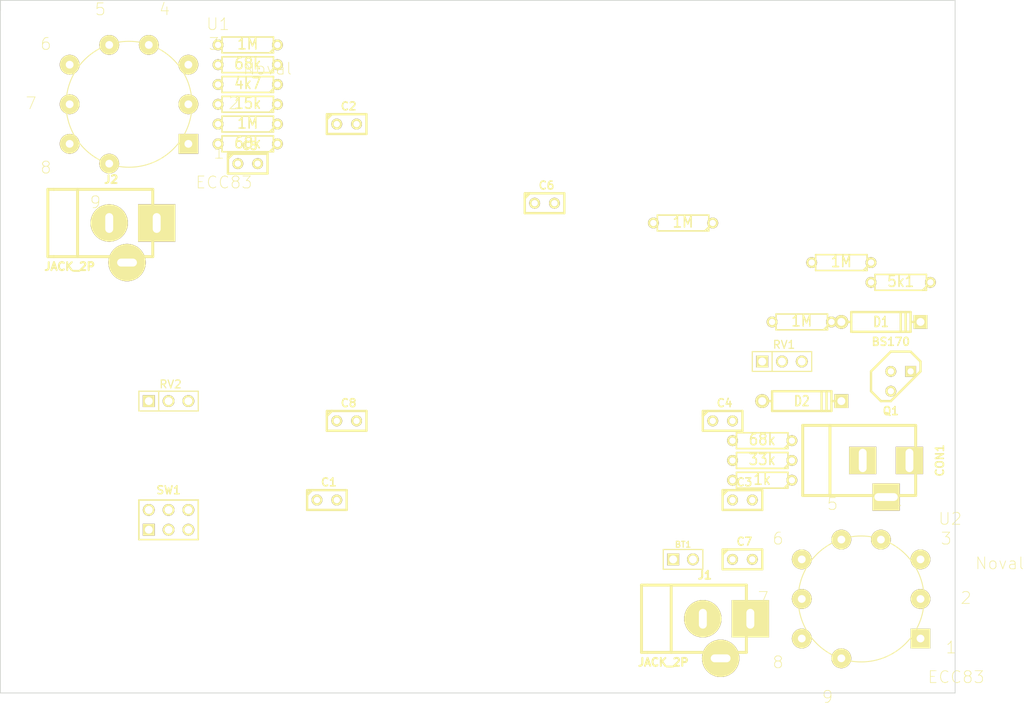
<source format=kicad_pcb>
(kicad_pcb (version 3) (host pcbnew "(2013-june-11)-stable")

  (general
    (links 66)
    (no_connects 66)
    (area 71.12 50.8 195.58 142.24)
    (thickness 1.6)
    (drawings 5)
    (tracks 0)
    (zones 0)
    (modules 33)
    (nets 25)
  )

  (page A3)
  (layers
    (15 F.Cu signal)
    (0 B.Cu signal)
    (16 B.Adhes user)
    (17 F.Adhes user)
    (18 B.Paste user)
    (19 F.Paste user)
    (20 B.SilkS user)
    (21 F.SilkS user)
    (22 B.Mask user)
    (23 F.Mask user)
    (24 Dwgs.User user)
    (25 Cmts.User user)
    (26 Eco1.User user)
    (27 Eco2.User user)
    (28 Edge.Cuts user)
  )

  (setup
    (last_trace_width 0.254)
    (trace_clearance 0.254)
    (zone_clearance 0.508)
    (zone_45_only no)
    (trace_min 0.254)
    (segment_width 0.2)
    (edge_width 0.1)
    (via_size 0.889)
    (via_drill 0.635)
    (via_min_size 0.889)
    (via_min_drill 0.508)
    (uvia_size 0.508)
    (uvia_drill 0.127)
    (uvias_allowed no)
    (uvia_min_size 0.508)
    (uvia_min_drill 0.127)
    (pcb_text_width 0.3)
    (pcb_text_size 1.5 1.5)
    (mod_edge_width 0.15)
    (mod_text_size 1 1)
    (mod_text_width 0.15)
    (pad_size 1.5 1.5)
    (pad_drill 0.6)
    (pad_to_mask_clearance 0)
    (aux_axis_origin 0 0)
    (visible_elements FFFFFFBF)
    (pcbplotparams
      (layerselection 3178497)
      (usegerberextensions true)
      (excludeedgelayer true)
      (linewidth 0.150000)
      (plotframeref false)
      (viasonmask false)
      (mode 1)
      (useauxorigin false)
      (hpglpennumber 1)
      (hpglpenspeed 20)
      (hpglpendiameter 15)
      (hpglpenoverlay 2)
      (psnegative false)
      (psa4output false)
      (plotreference true)
      (plotvalue true)
      (plotothertext true)
      (plotinvisibletext false)
      (padsonsilk false)
      (subtractmaskfromsilk false)
      (outputformat 1)
      (mirror false)
      (drillshape 1)
      (scaleselection 1)
      (outputdirectory ""))
  )

  (net 0 "")
  (net 1 GND)
  (net 2 N-0000010)
  (net 3 N-0000011)
  (net 4 N-0000012)
  (net 5 N-0000013)
  (net 6 N-0000014)
  (net 7 N-0000015)
  (net 8 N-0000016)
  (net 9 N-0000017)
  (net 10 N-0000018)
  (net 11 N-0000019)
  (net 12 N-000002)
  (net 13 N-0000020)
  (net 14 N-0000021)
  (net 15 N-0000022)
  (net 16 N-0000023)
  (net 17 N-0000024)
  (net 18 N-000003)
  (net 19 N-000004)
  (net 20 N-000005)
  (net 21 N-000006)
  (net 22 N-000007)
  (net 23 N-000008)
  (net 24 N-000009)

  (net_class Default "This is the default net class."
    (clearance 0.254)
    (trace_width 0.254)
    (via_dia 0.889)
    (via_drill 0.635)
    (uvia_dia 0.508)
    (uvia_drill 0.127)
    (add_net "")
    (add_net GND)
    (add_net N-0000010)
    (add_net N-0000011)
    (add_net N-0000012)
    (add_net N-0000013)
    (add_net N-0000014)
    (add_net N-0000015)
    (add_net N-0000016)
    (add_net N-0000017)
    (add_net N-0000018)
    (add_net N-0000019)
    (add_net N-000002)
    (add_net N-0000020)
    (add_net N-0000021)
    (add_net N-0000022)
    (add_net N-0000023)
    (add_net N-0000024)
    (add_net N-000003)
    (add_net N-000004)
    (add_net N-000005)
    (add_net N-000006)
    (add_net N-000007)
    (add_net N-000008)
    (add_net N-000009)
  )

  (module VALVE-NOVAL_P   placed (layer F.Cu) (tedit 48DE60A2) (tstamp 555CCCC6)
    (at 182.88 129.54)
    (path /555CC250)
    (attr virtual)
    (fp_text reference U2 (at 11.43 -10.287) (layer F.SilkS)
      (effects (font (size 1.524 1.524) (thickness 0.0889)))
    )
    (fp_text value ECC83 (at 12.192 10.033) (layer F.SilkS)
      (effects (font (size 1.524 1.524) (thickness 0.0889)))
    )
    (fp_circle (center 0 0) (end -5.715 5.715) (layer F.SilkS) (width 0.127))
    (fp_text user 1 (at 11.557 6.223) (layer F.SilkS)
      (effects (font (size 1.524 1.524) (thickness 0.0889)))
    )
    (fp_text user 2 (at 13.462 -0.127) (layer F.SilkS)
      (effects (font (size 1.524 1.524) (thickness 0.0889)))
    )
    (fp_text user 3 (at 10.922 -7.747) (layer F.SilkS)
      (effects (font (size 1.524 1.524) (thickness 0.0889)))
    )
    (fp_text user 4 (at 4.572 -12.192) (layer F.SilkS)
      (effects (font (size 1.524 1.524) (thickness 0.0889)))
    )
    (fp_text user 5 (at -3.683 -12.192) (layer F.SilkS)
      (effects (font (size 1.524 1.524) (thickness 0.0889)))
    )
    (fp_text user 6 (at -10.668 -7.747) (layer F.SilkS)
      (effects (font (size 1.524 1.524) (thickness 0.0889)))
    )
    (fp_text user 7 (at -12.573 -0.127) (layer F.SilkS)
      (effects (font (size 1.524 1.524) (thickness 0.0889)))
    )
    (fp_text user 8 (at -10.668 8.128) (layer F.SilkS)
      (effects (font (size 1.524 1.524) (thickness 0.0889)))
    )
    (fp_text user 9 (at -4.318 12.573) (layer F.SilkS)
      (effects (font (size 1.524 1.524) (thickness 0.0889)))
    )
    (fp_text user Noval (at 17.78 -4.572) (layer F.SilkS)
      (effects (font (size 1.524 1.524) (thickness 0.0889)))
    )
    (pad 1 thru_hole rect (at 7.62 5.08) (size 2.54 2.54) (drill 0.99822)
      (layers *.Cu F.Paste F.SilkS F.Mask)
      (net 12 N-000002)
    )
    (pad 2 thru_hole circle (at 7.62 0) (size 2.54 5.08) (drill 0.99822)
      (layers *.Cu F.Paste F.SilkS F.Mask)
      (net 19 N-000004)
    )
    (pad 3 thru_hole circle (at 7.62 -5.08) (size 2.54 5.08) (drill 0.99822)
      (layers *.Cu F.Paste F.SilkS F.Mask)
      (net 1 GND)
    )
    (pad 4 thru_hole circle (at 2.54 -7.62) (size 2.54 5.08) (drill 0.99822)
      (layers *.Cu F.Paste F.SilkS F.Mask)
      (net 4 N-0000012)
    )
    (pad 5 thru_hole circle (at -2.54 -7.62) (size 2.54 5.08) (drill 0.99822)
      (layers *.Cu F.Paste F.SilkS F.Mask)
      (net 4 N-0000012)
    )
    (pad 6 thru_hole circle (at -7.62 -5.08) (size 2.54 5.08) (drill 0.99822)
      (layers *.Cu F.Paste F.SilkS F.Mask)
      (net 18 N-000003)
    )
    (pad 7 thru_hole circle (at -7.62 0) (size 2.54 5.08) (drill 0.99822)
      (layers *.Cu F.Paste F.SilkS F.Mask)
      (net 13 N-0000020)
    )
    (pad 8 thru_hole circle (at -7.62 5.08) (size 2.54 5.08) (drill 0.99822)
      (layers *.Cu F.Paste F.SilkS F.Mask)
      (net 1 GND)
    )
    (pad 9 thru_hole circle (at -2.54 7.62) (size 2.54 5.08) (drill 0.99822)
      (layers *.Cu F.Paste F.SilkS F.Mask)
      (net 1 GND)
    )
  )

  (module VALVE-NOVAL_P   placed (layer F.Cu) (tedit 48DE60A2) (tstamp 555CCCDE)
    (at 88.9 66.04)
    (path /555CC237)
    (attr virtual)
    (fp_text reference U1 (at 11.43 -10.287) (layer F.SilkS)
      (effects (font (size 1.524 1.524) (thickness 0.0889)))
    )
    (fp_text value ECC83 (at 12.192 10.033) (layer F.SilkS)
      (effects (font (size 1.524 1.524) (thickness 0.0889)))
    )
    (fp_circle (center 0 0) (end -5.715 5.715) (layer F.SilkS) (width 0.127))
    (fp_text user 1 (at 11.557 6.223) (layer F.SilkS)
      (effects (font (size 1.524 1.524) (thickness 0.0889)))
    )
    (fp_text user 2 (at 13.462 -0.127) (layer F.SilkS)
      (effects (font (size 1.524 1.524) (thickness 0.0889)))
    )
    (fp_text user 3 (at 10.922 -7.747) (layer F.SilkS)
      (effects (font (size 1.524 1.524) (thickness 0.0889)))
    )
    (fp_text user 4 (at 4.572 -12.192) (layer F.SilkS)
      (effects (font (size 1.524 1.524) (thickness 0.0889)))
    )
    (fp_text user 5 (at -3.683 -12.192) (layer F.SilkS)
      (effects (font (size 1.524 1.524) (thickness 0.0889)))
    )
    (fp_text user 6 (at -10.668 -7.747) (layer F.SilkS)
      (effects (font (size 1.524 1.524) (thickness 0.0889)))
    )
    (fp_text user 7 (at -12.573 -0.127) (layer F.SilkS)
      (effects (font (size 1.524 1.524) (thickness 0.0889)))
    )
    (fp_text user 8 (at -10.668 8.128) (layer F.SilkS)
      (effects (font (size 1.524 1.524) (thickness 0.0889)))
    )
    (fp_text user 9 (at -4.318 12.573) (layer F.SilkS)
      (effects (font (size 1.524 1.524) (thickness 0.0889)))
    )
    (fp_text user Noval (at 17.78 -4.572) (layer F.SilkS)
      (effects (font (size 1.524 1.524) (thickness 0.0889)))
    )
    (pad 1 thru_hole rect (at 7.62 5.08) (size 2.54 2.54) (drill 0.99822)
      (layers *.Cu F.Paste F.SilkS F.Mask)
      (net 15 N-0000022)
    )
    (pad 2 thru_hole circle (at 7.62 0) (size 2.54 5.08) (drill 0.99822)
      (layers *.Cu F.Paste F.SilkS F.Mask)
      (net 14 N-0000021)
    )
    (pad 3 thru_hole circle (at 7.62 -5.08) (size 2.54 5.08) (drill 0.99822)
      (layers *.Cu F.Paste F.SilkS F.Mask)
      (net 1 GND)
    )
    (pad 4 thru_hole circle (at 2.54 -7.62) (size 2.54 5.08) (drill 0.99822)
      (layers *.Cu F.Paste F.SilkS F.Mask)
      (net 4 N-0000012)
    )
    (pad 5 thru_hole circle (at -2.54 -7.62) (size 2.54 5.08) (drill 0.99822)
      (layers *.Cu F.Paste F.SilkS F.Mask)
      (net 4 N-0000012)
    )
    (pad 6 thru_hole circle (at -7.62 -5.08) (size 2.54 5.08) (drill 0.99822)
      (layers *.Cu F.Paste F.SilkS F.Mask)
      (net 11 N-0000019)
    )
    (pad 7 thru_hole circle (at -7.62 0) (size 2.54 5.08) (drill 0.99822)
      (layers *.Cu F.Paste F.SilkS F.Mask)
      (net 16 N-0000023)
    )
    (pad 8 thru_hole circle (at -7.62 5.08) (size 2.54 5.08) (drill 0.99822)
      (layers *.Cu F.Paste F.SilkS F.Mask)
      (net 1 GND)
    )
    (pad 9 thru_hole circle (at -2.54 7.62) (size 2.54 5.08) (drill 0.99822)
      (layers *.Cu F.Paste F.SilkS F.Mask)
      (net 1 GND)
    )
  )

  (module TO92DGS   placed (layer F.Cu) (tedit 4469CFF0) (tstamp 555CCCED)
    (at 187.96 101.6)
    (descr "Transistor TO92 brochage type BC237")
    (tags "TR TO92")
    (path /555CC268)
    (fp_text reference Q1 (at -1.27 3.81) (layer F.SilkS)
      (effects (font (size 1.016 1.016) (thickness 0.2032)))
    )
    (fp_text value BS170 (at -1.27 -5.08) (layer F.SilkS)
      (effects (font (size 1.016 1.016) (thickness 0.2032)))
    )
    (fp_line (start -1.27 2.54) (end 2.54 -1.27) (layer F.SilkS) (width 0.3048))
    (fp_line (start 2.54 -1.27) (end 2.54 -2.54) (layer F.SilkS) (width 0.3048))
    (fp_line (start 2.54 -2.54) (end 1.27 -3.81) (layer F.SilkS) (width 0.3048))
    (fp_line (start 1.27 -3.81) (end -1.27 -3.81) (layer F.SilkS) (width 0.3048))
    (fp_line (start -1.27 -3.81) (end -3.81 -1.27) (layer F.SilkS) (width 0.3048))
    (fp_line (start -3.81 -1.27) (end -3.81 1.27) (layer F.SilkS) (width 0.3048))
    (fp_line (start -3.81 1.27) (end -2.54 2.54) (layer F.SilkS) (width 0.3048))
    (fp_line (start -2.54 2.54) (end -1.27 2.54) (layer F.SilkS) (width 0.3048))
    (pad D thru_hole rect (at 1.27 -1.27) (size 1.397 1.397) (drill 0.8128)
      (layers *.Cu *.Mask F.SilkS)
      (net 9 N-0000017)
    )
    (pad G thru_hole circle (at -1.27 -1.27) (size 1.397 1.397) (drill 0.8128)
      (layers *.Cu *.Mask F.SilkS)
      (net 7 N-0000015)
    )
    (pad S thru_hole circle (at -1.27 1.27) (size 1.397 1.397) (drill 0.8128)
      (layers *.Cu *.Mask F.SilkS)
      (net 10 N-0000018)
    )
    (model discret/to98.wrl
      (at (xyz 0 0 0))
      (scale (xyz 1 1 1))
      (rotate (xyz 0 0 0))
    )
  )

  (module R3   placed (layer F.Cu) (tedit 4E4C0E65) (tstamp 555CCCFB)
    (at 104.14 71.12 180)
    (descr "Resitance 3 pas")
    (tags R)
    (path /555CC4F7)
    (autoplace_cost180 10)
    (fp_text reference R9 (at 0 0.127 180) (layer F.SilkS) hide
      (effects (font (size 1.397 1.27) (thickness 0.2032)))
    )
    (fp_text value 68k (at 0 0.127 180) (layer F.SilkS)
      (effects (font (size 1.397 1.27) (thickness 0.2032)))
    )
    (fp_line (start -3.81 0) (end -3.302 0) (layer F.SilkS) (width 0.2032))
    (fp_line (start 3.81 0) (end 3.302 0) (layer F.SilkS) (width 0.2032))
    (fp_line (start 3.302 0) (end 3.302 -1.016) (layer F.SilkS) (width 0.2032))
    (fp_line (start 3.302 -1.016) (end -3.302 -1.016) (layer F.SilkS) (width 0.2032))
    (fp_line (start -3.302 -1.016) (end -3.302 1.016) (layer F.SilkS) (width 0.2032))
    (fp_line (start -3.302 1.016) (end 3.302 1.016) (layer F.SilkS) (width 0.2032))
    (fp_line (start 3.302 1.016) (end 3.302 0) (layer F.SilkS) (width 0.2032))
    (fp_line (start -3.302 -0.508) (end -2.794 -1.016) (layer F.SilkS) (width 0.2032))
    (pad 1 thru_hole circle (at -3.81 0 180) (size 1.397 1.397) (drill 0.8128)
      (layers *.Cu *.Mask F.SilkS)
      (net 17 N-0000024)
    )
    (pad 2 thru_hole circle (at 3.81 0 180) (size 1.397 1.397) (drill 0.8128)
      (layers *.Cu *.Mask F.SilkS)
      (net 15 N-0000022)
    )
    (model discret/resistor.wrl
      (at (xyz 0 0 0))
      (scale (xyz 0.3 0.3 0.3))
      (rotate (xyz 0 0 0))
    )
  )

  (module R3   placed (layer F.Cu) (tedit 4E4C0E65) (tstamp 555CCD09)
    (at 170.18 114.3 180)
    (descr "Resitance 3 pas")
    (tags R)
    (path /555CC78E)
    (autoplace_cost180 10)
    (fp_text reference R4 (at 0 0.127 180) (layer F.SilkS) hide
      (effects (font (size 1.397 1.27) (thickness 0.2032)))
    )
    (fp_text value 1k (at 0 0.127 180) (layer F.SilkS)
      (effects (font (size 1.397 1.27) (thickness 0.2032)))
    )
    (fp_line (start -3.81 0) (end -3.302 0) (layer F.SilkS) (width 0.2032))
    (fp_line (start 3.81 0) (end 3.302 0) (layer F.SilkS) (width 0.2032))
    (fp_line (start 3.302 0) (end 3.302 -1.016) (layer F.SilkS) (width 0.2032))
    (fp_line (start 3.302 -1.016) (end -3.302 -1.016) (layer F.SilkS) (width 0.2032))
    (fp_line (start -3.302 -1.016) (end -3.302 1.016) (layer F.SilkS) (width 0.2032))
    (fp_line (start -3.302 1.016) (end 3.302 1.016) (layer F.SilkS) (width 0.2032))
    (fp_line (start 3.302 1.016) (end 3.302 0) (layer F.SilkS) (width 0.2032))
    (fp_line (start -3.302 -0.508) (end -2.794 -1.016) (layer F.SilkS) (width 0.2032))
    (pad 1 thru_hole circle (at -3.81 0 180) (size 1.397 1.397) (drill 0.8128)
      (layers *.Cu *.Mask F.SilkS)
      (net 4 N-0000012)
    )
    (pad 2 thru_hole circle (at 3.81 0 180) (size 1.397 1.397) (drill 0.8128)
      (layers *.Cu *.Mask F.SilkS)
      (net 17 N-0000024)
    )
    (model discret/resistor.wrl
      (at (xyz 0 0 0))
      (scale (xyz 0.3 0.3 0.3))
      (rotate (xyz 0 0 0))
    )
  )

  (module R3   placed (layer F.Cu) (tedit 4E4C0E65) (tstamp 555CCD17)
    (at 104.14 60.96 180)
    (descr "Resitance 3 pas")
    (tags R)
    (path /555CC529)
    (autoplace_cost180 10)
    (fp_text reference R7 (at 0 0.127 180) (layer F.SilkS) hide
      (effects (font (size 1.397 1.27) (thickness 0.2032)))
    )
    (fp_text value 68k (at 0 0.127 180) (layer F.SilkS)
      (effects (font (size 1.397 1.27) (thickness 0.2032)))
    )
    (fp_line (start -3.81 0) (end -3.302 0) (layer F.SilkS) (width 0.2032))
    (fp_line (start 3.81 0) (end 3.302 0) (layer F.SilkS) (width 0.2032))
    (fp_line (start 3.302 0) (end 3.302 -1.016) (layer F.SilkS) (width 0.2032))
    (fp_line (start 3.302 -1.016) (end -3.302 -1.016) (layer F.SilkS) (width 0.2032))
    (fp_line (start -3.302 -1.016) (end -3.302 1.016) (layer F.SilkS) (width 0.2032))
    (fp_line (start -3.302 1.016) (end 3.302 1.016) (layer F.SilkS) (width 0.2032))
    (fp_line (start 3.302 1.016) (end 3.302 0) (layer F.SilkS) (width 0.2032))
    (fp_line (start -3.302 -0.508) (end -2.794 -1.016) (layer F.SilkS) (width 0.2032))
    (pad 1 thru_hole circle (at -3.81 0 180) (size 1.397 1.397) (drill 0.8128)
      (layers *.Cu *.Mask F.SilkS)
      (net 17 N-0000024)
    )
    (pad 2 thru_hole circle (at 3.81 0 180) (size 1.397 1.397) (drill 0.8128)
      (layers *.Cu *.Mask F.SilkS)
      (net 11 N-0000019)
    )
    (model discret/resistor.wrl
      (at (xyz 0 0 0))
      (scale (xyz 0.3 0.3 0.3))
      (rotate (xyz 0 0 0))
    )
  )

  (module R3   placed (layer F.Cu) (tedit 4E4C0E65) (tstamp 555CCD25)
    (at 170.18 111.76 180)
    (descr "Resitance 3 pas")
    (tags R)
    (path /555CC523)
    (autoplace_cost180 10)
    (fp_text reference R13 (at 0 0.127 180) (layer F.SilkS) hide
      (effects (font (size 1.397 1.27) (thickness 0.2032)))
    )
    (fp_text value 33k (at 0 0.127 180) (layer F.SilkS)
      (effects (font (size 1.397 1.27) (thickness 0.2032)))
    )
    (fp_line (start -3.81 0) (end -3.302 0) (layer F.SilkS) (width 0.2032))
    (fp_line (start 3.81 0) (end 3.302 0) (layer F.SilkS) (width 0.2032))
    (fp_line (start 3.302 0) (end 3.302 -1.016) (layer F.SilkS) (width 0.2032))
    (fp_line (start 3.302 -1.016) (end -3.302 -1.016) (layer F.SilkS) (width 0.2032))
    (fp_line (start -3.302 -1.016) (end -3.302 1.016) (layer F.SilkS) (width 0.2032))
    (fp_line (start -3.302 1.016) (end 3.302 1.016) (layer F.SilkS) (width 0.2032))
    (fp_line (start 3.302 1.016) (end 3.302 0) (layer F.SilkS) (width 0.2032))
    (fp_line (start -3.302 -0.508) (end -2.794 -1.016) (layer F.SilkS) (width 0.2032))
    (pad 1 thru_hole circle (at -3.81 0 180) (size 1.397 1.397) (drill 0.8128)
      (layers *.Cu *.Mask F.SilkS)
      (net 17 N-0000024)
    )
    (pad 2 thru_hole circle (at 3.81 0 180) (size 1.397 1.397) (drill 0.8128)
      (layers *.Cu *.Mask F.SilkS)
      (net 12 N-000002)
    )
    (model discret/resistor.wrl
      (at (xyz 0 0 0))
      (scale (xyz 0.3 0.3 0.3))
      (rotate (xyz 0 0 0))
    )
  )

  (module R3   placed (layer F.Cu) (tedit 4E4C0E65) (tstamp 555CCD33)
    (at 104.14 58.42 180)
    (descr "Resitance 3 pas")
    (tags R)
    (path /555CC51D)
    (autoplace_cost180 10)
    (fp_text reference R12 (at 0 0.127 180) (layer F.SilkS) hide
      (effects (font (size 1.397 1.27) (thickness 0.2032)))
    )
    (fp_text value 1M (at 0 0.127 180) (layer F.SilkS)
      (effects (font (size 1.397 1.27) (thickness 0.2032)))
    )
    (fp_line (start -3.81 0) (end -3.302 0) (layer F.SilkS) (width 0.2032))
    (fp_line (start 3.81 0) (end 3.302 0) (layer F.SilkS) (width 0.2032))
    (fp_line (start 3.302 0) (end 3.302 -1.016) (layer F.SilkS) (width 0.2032))
    (fp_line (start 3.302 -1.016) (end -3.302 -1.016) (layer F.SilkS) (width 0.2032))
    (fp_line (start -3.302 -1.016) (end -3.302 1.016) (layer F.SilkS) (width 0.2032))
    (fp_line (start -3.302 1.016) (end 3.302 1.016) (layer F.SilkS) (width 0.2032))
    (fp_line (start 3.302 1.016) (end 3.302 0) (layer F.SilkS) (width 0.2032))
    (fp_line (start -3.302 -0.508) (end -2.794 -1.016) (layer F.SilkS) (width 0.2032))
    (pad 1 thru_hole circle (at -3.81 0 180) (size 1.397 1.397) (drill 0.8128)
      (layers *.Cu *.Mask F.SilkS)
      (net 17 N-0000024)
    )
    (pad 2 thru_hole circle (at 3.81 0 180) (size 1.397 1.397) (drill 0.8128)
      (layers *.Cu *.Mask F.SilkS)
      (net 19 N-000004)
    )
    (model discret/resistor.wrl
      (at (xyz 0 0 0))
      (scale (xyz 0.3 0.3 0.3))
      (rotate (xyz 0 0 0))
    )
  )

  (module R3   placed (layer F.Cu) (tedit 4E4C0E65) (tstamp 555CCD41)
    (at 160.02 81.28 180)
    (descr "Resitance 3 pas")
    (tags R)
    (path /555CC503)
    (autoplace_cost180 10)
    (fp_text reference R10 (at 0 0.127 180) (layer F.SilkS) hide
      (effects (font (size 1.397 1.27) (thickness 0.2032)))
    )
    (fp_text value 1M (at 0 0.127 180) (layer F.SilkS)
      (effects (font (size 1.397 1.27) (thickness 0.2032)))
    )
    (fp_line (start -3.81 0) (end -3.302 0) (layer F.SilkS) (width 0.2032))
    (fp_line (start 3.81 0) (end 3.302 0) (layer F.SilkS) (width 0.2032))
    (fp_line (start 3.302 0) (end 3.302 -1.016) (layer F.SilkS) (width 0.2032))
    (fp_line (start 3.302 -1.016) (end -3.302 -1.016) (layer F.SilkS) (width 0.2032))
    (fp_line (start -3.302 -1.016) (end -3.302 1.016) (layer F.SilkS) (width 0.2032))
    (fp_line (start -3.302 1.016) (end 3.302 1.016) (layer F.SilkS) (width 0.2032))
    (fp_line (start 3.302 1.016) (end 3.302 0) (layer F.SilkS) (width 0.2032))
    (fp_line (start -3.302 -0.508) (end -2.794 -1.016) (layer F.SilkS) (width 0.2032))
    (pad 1 thru_hole circle (at -3.81 0 180) (size 1.397 1.397) (drill 0.8128)
      (layers *.Cu *.Mask F.SilkS)
      (net 17 N-0000024)
    )
    (pad 2 thru_hole circle (at 3.81 0 180) (size 1.397 1.397) (drill 0.8128)
      (layers *.Cu *.Mask F.SilkS)
      (net 13 N-0000020)
    )
    (model discret/resistor.wrl
      (at (xyz 0 0 0))
      (scale (xyz 0.3 0.3 0.3))
      (rotate (xyz 0 0 0))
    )
  )

  (module R3   placed (layer F.Cu) (tedit 4E4C0E65) (tstamp 555CCD4F)
    (at 170.18 109.22 180)
    (descr "Resitance 3 pas")
    (tags R)
    (path /555CC4FD)
    (autoplace_cost180 10)
    (fp_text reference R11 (at 0 0.127 180) (layer F.SilkS) hide
      (effects (font (size 1.397 1.27) (thickness 0.2032)))
    )
    (fp_text value 68k (at 0 0.127 180) (layer F.SilkS)
      (effects (font (size 1.397 1.27) (thickness 0.2032)))
    )
    (fp_line (start -3.81 0) (end -3.302 0) (layer F.SilkS) (width 0.2032))
    (fp_line (start 3.81 0) (end 3.302 0) (layer F.SilkS) (width 0.2032))
    (fp_line (start 3.302 0) (end 3.302 -1.016) (layer F.SilkS) (width 0.2032))
    (fp_line (start 3.302 -1.016) (end -3.302 -1.016) (layer F.SilkS) (width 0.2032))
    (fp_line (start -3.302 -1.016) (end -3.302 1.016) (layer F.SilkS) (width 0.2032))
    (fp_line (start -3.302 1.016) (end 3.302 1.016) (layer F.SilkS) (width 0.2032))
    (fp_line (start 3.302 1.016) (end 3.302 0) (layer F.SilkS) (width 0.2032))
    (fp_line (start -3.302 -0.508) (end -2.794 -1.016) (layer F.SilkS) (width 0.2032))
    (pad 1 thru_hole circle (at -3.81 0 180) (size 1.397 1.397) (drill 0.8128)
      (layers *.Cu *.Mask F.SilkS)
      (net 17 N-0000024)
    )
    (pad 2 thru_hole circle (at 3.81 0 180) (size 1.397 1.397) (drill 0.8128)
      (layers *.Cu *.Mask F.SilkS)
      (net 18 N-000003)
    )
    (model discret/resistor.wrl
      (at (xyz 0 0 0))
      (scale (xyz 0.3 0.3 0.3))
      (rotate (xyz 0 0 0))
    )
  )

  (module R3   placed (layer F.Cu) (tedit 4E4C0E65) (tstamp 555CCD5D)
    (at 104.14 68.58 180)
    (descr "Resitance 3 pas")
    (tags R)
    (path /555CC4F1)
    (autoplace_cost180 10)
    (fp_text reference R8 (at 0 0.127 180) (layer F.SilkS) hide
      (effects (font (size 1.397 1.27) (thickness 0.2032)))
    )
    (fp_text value 1M (at 0 0.127 180) (layer F.SilkS)
      (effects (font (size 1.397 1.27) (thickness 0.2032)))
    )
    (fp_line (start -3.81 0) (end -3.302 0) (layer F.SilkS) (width 0.2032))
    (fp_line (start 3.81 0) (end 3.302 0) (layer F.SilkS) (width 0.2032))
    (fp_line (start 3.302 0) (end 3.302 -1.016) (layer F.SilkS) (width 0.2032))
    (fp_line (start 3.302 -1.016) (end -3.302 -1.016) (layer F.SilkS) (width 0.2032))
    (fp_line (start -3.302 -1.016) (end -3.302 1.016) (layer F.SilkS) (width 0.2032))
    (fp_line (start -3.302 1.016) (end 3.302 1.016) (layer F.SilkS) (width 0.2032))
    (fp_line (start 3.302 1.016) (end 3.302 0) (layer F.SilkS) (width 0.2032))
    (fp_line (start -3.302 -0.508) (end -2.794 -1.016) (layer F.SilkS) (width 0.2032))
    (pad 1 thru_hole circle (at -3.81 0 180) (size 1.397 1.397) (drill 0.8128)
      (layers *.Cu *.Mask F.SilkS)
      (net 17 N-0000024)
    )
    (pad 2 thru_hole circle (at 3.81 0 180) (size 1.397 1.397) (drill 0.8128)
      (layers *.Cu *.Mask F.SilkS)
      (net 14 N-0000021)
    )
    (model discret/resistor.wrl
      (at (xyz 0 0 0))
      (scale (xyz 0.3 0.3 0.3))
      (rotate (xyz 0 0 0))
    )
  )

  (module R3   placed (layer F.Cu) (tedit 4E4C0E65) (tstamp 555CCD6B)
    (at 104.14 66.04 180)
    (descr "Resitance 3 pas")
    (tags R)
    (path /555CC2EB)
    (autoplace_cost180 10)
    (fp_text reference R5 (at 0 0.127 180) (layer F.SilkS) hide
      (effects (font (size 1.397 1.27) (thickness 0.2032)))
    )
    (fp_text value 15k (at 0 0.127 180) (layer F.SilkS)
      (effects (font (size 1.397 1.27) (thickness 0.2032)))
    )
    (fp_line (start -3.81 0) (end -3.302 0) (layer F.SilkS) (width 0.2032))
    (fp_line (start 3.81 0) (end 3.302 0) (layer F.SilkS) (width 0.2032))
    (fp_line (start 3.302 0) (end 3.302 -1.016) (layer F.SilkS) (width 0.2032))
    (fp_line (start 3.302 -1.016) (end -3.302 -1.016) (layer F.SilkS) (width 0.2032))
    (fp_line (start -3.302 -1.016) (end -3.302 1.016) (layer F.SilkS) (width 0.2032))
    (fp_line (start -3.302 1.016) (end 3.302 1.016) (layer F.SilkS) (width 0.2032))
    (fp_line (start 3.302 1.016) (end 3.302 0) (layer F.SilkS) (width 0.2032))
    (fp_line (start -3.302 -0.508) (end -2.794 -1.016) (layer F.SilkS) (width 0.2032))
    (pad 1 thru_hole circle (at -3.81 0 180) (size 1.397 1.397) (drill 0.8128)
      (layers *.Cu *.Mask F.SilkS)
      (net 8 N-0000016)
    )
    (pad 2 thru_hole circle (at 3.81 0 180) (size 1.397 1.397) (drill 0.8128)
      (layers *.Cu *.Mask F.SilkS)
      (net 16 N-0000023)
    )
    (model discret/resistor.wrl
      (at (xyz 0 0 0))
      (scale (xyz 0.3 0.3 0.3))
      (rotate (xyz 0 0 0))
    )
  )

  (module R3   placed (layer F.Cu) (tedit 4E4C0E65) (tstamp 555CCD79)
    (at 187.96 88.9 180)
    (descr "Resitance 3 pas")
    (tags R)
    (path /555CC2BD)
    (autoplace_cost180 10)
    (fp_text reference R3 (at 0 0.127 180) (layer F.SilkS) hide
      (effects (font (size 1.397 1.27) (thickness 0.2032)))
    )
    (fp_text value 5k1 (at 0 0.127 180) (layer F.SilkS)
      (effects (font (size 1.397 1.27) (thickness 0.2032)))
    )
    (fp_line (start -3.81 0) (end -3.302 0) (layer F.SilkS) (width 0.2032))
    (fp_line (start 3.81 0) (end 3.302 0) (layer F.SilkS) (width 0.2032))
    (fp_line (start 3.302 0) (end 3.302 -1.016) (layer F.SilkS) (width 0.2032))
    (fp_line (start 3.302 -1.016) (end -3.302 -1.016) (layer F.SilkS) (width 0.2032))
    (fp_line (start -3.302 -1.016) (end -3.302 1.016) (layer F.SilkS) (width 0.2032))
    (fp_line (start -3.302 1.016) (end 3.302 1.016) (layer F.SilkS) (width 0.2032))
    (fp_line (start 3.302 1.016) (end 3.302 0) (layer F.SilkS) (width 0.2032))
    (fp_line (start -3.302 -0.508) (end -2.794 -1.016) (layer F.SilkS) (width 0.2032))
    (pad 1 thru_hole circle (at -3.81 0 180) (size 1.397 1.397) (drill 0.8128)
      (layers *.Cu *.Mask F.SilkS)
      (net 6 N-0000014)
    )
    (pad 2 thru_hole circle (at 3.81 0 180) (size 1.397 1.397) (drill 0.8128)
      (layers *.Cu *.Mask F.SilkS)
      (net 9 N-0000017)
    )
    (model discret/resistor.wrl
      (at (xyz 0 0 0))
      (scale (xyz 0.3 0.3 0.3))
      (rotate (xyz 0 0 0))
    )
  )

  (module R3   placed (layer F.Cu) (tedit 4E4C0E65) (tstamp 555CCD87)
    (at 175.26 93.98 180)
    (descr "Resitance 3 pas")
    (tags R)
    (path /555CC2A8)
    (autoplace_cost180 10)
    (fp_text reference R2 (at 0 0.127 180) (layer F.SilkS) hide
      (effects (font (size 1.397 1.27) (thickness 0.2032)))
    )
    (fp_text value 1M (at 0 0.127 180) (layer F.SilkS)
      (effects (font (size 1.397 1.27) (thickness 0.2032)))
    )
    (fp_line (start -3.81 0) (end -3.302 0) (layer F.SilkS) (width 0.2032))
    (fp_line (start 3.81 0) (end 3.302 0) (layer F.SilkS) (width 0.2032))
    (fp_line (start 3.302 0) (end 3.302 -1.016) (layer F.SilkS) (width 0.2032))
    (fp_line (start 3.302 -1.016) (end -3.302 -1.016) (layer F.SilkS) (width 0.2032))
    (fp_line (start -3.302 -1.016) (end -3.302 1.016) (layer F.SilkS) (width 0.2032))
    (fp_line (start -3.302 1.016) (end 3.302 1.016) (layer F.SilkS) (width 0.2032))
    (fp_line (start 3.302 1.016) (end 3.302 0) (layer F.SilkS) (width 0.2032))
    (fp_line (start -3.302 -0.508) (end -2.794 -1.016) (layer F.SilkS) (width 0.2032))
    (pad 1 thru_hole circle (at -3.81 0 180) (size 1.397 1.397) (drill 0.8128)
      (layers *.Cu *.Mask F.SilkS)
      (net 7 N-0000015)
    )
    (pad 2 thru_hole circle (at 3.81 0 180) (size 1.397 1.397) (drill 0.8128)
      (layers *.Cu *.Mask F.SilkS)
      (net 1 GND)
    )
    (model discret/resistor.wrl
      (at (xyz 0 0 0))
      (scale (xyz 0.3 0.3 0.3))
      (rotate (xyz 0 0 0))
    )
  )

  (module R3   placed (layer F.Cu) (tedit 4E4C0E65) (tstamp 555CCD95)
    (at 180.34 86.36 180)
    (descr "Resitance 3 pas")
    (tags R)
    (path /555CC29B)
    (autoplace_cost180 10)
    (fp_text reference R1 (at 0 0.127 180) (layer F.SilkS) hide
      (effects (font (size 1.397 1.27) (thickness 0.2032)))
    )
    (fp_text value 1M (at 0 0.127 180) (layer F.SilkS)
      (effects (font (size 1.397 1.27) (thickness 0.2032)))
    )
    (fp_line (start -3.81 0) (end -3.302 0) (layer F.SilkS) (width 0.2032))
    (fp_line (start 3.81 0) (end 3.302 0) (layer F.SilkS) (width 0.2032))
    (fp_line (start 3.302 0) (end 3.302 -1.016) (layer F.SilkS) (width 0.2032))
    (fp_line (start 3.302 -1.016) (end -3.302 -1.016) (layer F.SilkS) (width 0.2032))
    (fp_line (start -3.302 -1.016) (end -3.302 1.016) (layer F.SilkS) (width 0.2032))
    (fp_line (start -3.302 1.016) (end 3.302 1.016) (layer F.SilkS) (width 0.2032))
    (fp_line (start 3.302 1.016) (end 3.302 0) (layer F.SilkS) (width 0.2032))
    (fp_line (start -3.302 -0.508) (end -2.794 -1.016) (layer F.SilkS) (width 0.2032))
    (pad 1 thru_hole circle (at -3.81 0 180) (size 1.397 1.397) (drill 0.8128)
      (layers *.Cu *.Mask F.SilkS)
      (net 9 N-0000017)
    )
    (pad 2 thru_hole circle (at 3.81 0 180) (size 1.397 1.397) (drill 0.8128)
      (layers *.Cu *.Mask F.SilkS)
      (net 7 N-0000015)
    )
    (model discret/resistor.wrl
      (at (xyz 0 0 0))
      (scale (xyz 0.3 0.3 0.3))
      (rotate (xyz 0 0 0))
    )
  )

  (module R3   placed (layer F.Cu) (tedit 4E4C0E65) (tstamp 555CCDA3)
    (at 104.14 63.5 180)
    (descr "Resitance 3 pas")
    (tags R)
    (path /555CC3EE)
    (autoplace_cost180 10)
    (fp_text reference R6 (at 0 0.127 180) (layer F.SilkS) hide
      (effects (font (size 1.397 1.27) (thickness 0.2032)))
    )
    (fp_text value 4k7 (at 0 0.127 180) (layer F.SilkS)
      (effects (font (size 1.397 1.27) (thickness 0.2032)))
    )
    (fp_line (start -3.81 0) (end -3.302 0) (layer F.SilkS) (width 0.2032))
    (fp_line (start 3.81 0) (end 3.302 0) (layer F.SilkS) (width 0.2032))
    (fp_line (start 3.302 0) (end 3.302 -1.016) (layer F.SilkS) (width 0.2032))
    (fp_line (start 3.302 -1.016) (end -3.302 -1.016) (layer F.SilkS) (width 0.2032))
    (fp_line (start -3.302 -1.016) (end -3.302 1.016) (layer F.SilkS) (width 0.2032))
    (fp_line (start -3.302 1.016) (end 3.302 1.016) (layer F.SilkS) (width 0.2032))
    (fp_line (start 3.302 1.016) (end 3.302 0) (layer F.SilkS) (width 0.2032))
    (fp_line (start -3.302 -0.508) (end -2.794 -1.016) (layer F.SilkS) (width 0.2032))
    (pad 1 thru_hole circle (at -3.81 0 180) (size 1.397 1.397) (drill 0.8128)
      (layers *.Cu *.Mask F.SilkS)
      (net 16 N-0000023)
    )
    (pad 2 thru_hole circle (at 3.81 0 180) (size 1.397 1.397) (drill 0.8128)
      (layers *.Cu *.Mask F.SilkS)
      (net 1 GND)
    )
    (model discret/resistor.wrl
      (at (xyz 0 0 0))
      (scale (xyz 0.3 0.3 0.3))
      (rotate (xyz 0 0 0))
    )
  )

  (module PIN_ARRAY_3X1   placed (layer F.Cu) (tedit 4C1130E0) (tstamp 555CCDBB)
    (at 172.72 99.06)
    (descr "Connecteur 3 pins")
    (tags "CONN DEV")
    (path /555CC371)
    (fp_text reference RV1 (at 0.254 -2.159) (layer F.SilkS)
      (effects (font (size 1.016 1.016) (thickness 0.1524)))
    )
    (fp_text value 5KL (at 0 -2.159) (layer F.SilkS) hide
      (effects (font (size 1.016 1.016) (thickness 0.1524)))
    )
    (fp_line (start -3.81 1.27) (end -3.81 -1.27) (layer F.SilkS) (width 0.1524))
    (fp_line (start -3.81 -1.27) (end 3.81 -1.27) (layer F.SilkS) (width 0.1524))
    (fp_line (start 3.81 -1.27) (end 3.81 1.27) (layer F.SilkS) (width 0.1524))
    (fp_line (start 3.81 1.27) (end -3.81 1.27) (layer F.SilkS) (width 0.1524))
    (fp_line (start -1.27 -1.27) (end -1.27 1.27) (layer F.SilkS) (width 0.1524))
    (pad 1 thru_hole rect (at -2.54 0) (size 1.524 1.524) (drill 1.016)
      (layers *.Cu *.Mask F.SilkS)
      (net 10 N-0000018)
    )
    (pad 2 thru_hole circle (at 0 0) (size 1.524 1.524) (drill 1.016)
      (layers *.Cu *.Mask F.SilkS)
      (net 1 GND)
    )
    (pad 3 thru_hole circle (at 2.54 0) (size 1.524 1.524) (drill 1.016)
      (layers *.Cu *.Mask F.SilkS)
      (net 1 GND)
    )
    (model pin_array/pins_array_3x1.wrl
      (at (xyz 0 0 0))
      (scale (xyz 1 1 1))
      (rotate (xyz 0 0 0))
    )
  )

  (module PIN_ARRAY_3X1   placed (layer F.Cu) (tedit 4C1130E0) (tstamp 555CCDC7)
    (at 93.98 104.14)
    (descr "Connecteur 3 pins")
    (tags "CONN DEV")
    (path /555CCBB5)
    (fp_text reference RV2 (at 0.254 -2.159) (layer F.SilkS)
      (effects (font (size 1.016 1.016) (thickness 0.1524)))
    )
    (fp_text value 250kA (at 0 -2.159) (layer F.SilkS) hide
      (effects (font (size 1.016 1.016) (thickness 0.1524)))
    )
    (fp_line (start -3.81 1.27) (end -3.81 -1.27) (layer F.SilkS) (width 0.1524))
    (fp_line (start -3.81 -1.27) (end 3.81 -1.27) (layer F.SilkS) (width 0.1524))
    (fp_line (start 3.81 -1.27) (end 3.81 1.27) (layer F.SilkS) (width 0.1524))
    (fp_line (start 3.81 1.27) (end -3.81 1.27) (layer F.SilkS) (width 0.1524))
    (fp_line (start -1.27 -1.27) (end -1.27 1.27) (layer F.SilkS) (width 0.1524))
    (pad 1 thru_hole rect (at -2.54 0) (size 1.524 1.524) (drill 1.016)
      (layers *.Cu *.Mask F.SilkS)
      (net 20 N-000005)
    )
    (pad 2 thru_hole circle (at 0 0) (size 1.524 1.524) (drill 1.016)
      (layers *.Cu *.Mask F.SilkS)
      (net 24 N-000009)
    )
    (pad 3 thru_hole circle (at 2.54 0) (size 1.524 1.524) (drill 1.016)
      (layers *.Cu *.Mask F.SilkS)
      (net 1 GND)
    )
    (model pin_array/pins_array_3x1.wrl
      (at (xyz 0 0 0))
      (scale (xyz 1 1 1))
      (rotate (xyz 0 0 0))
    )
  )

  (module PIN_ARRAY_2X1   placed (layer F.Cu) (tedit 4565C520) (tstamp 555CCDD1)
    (at 160.02 124.46)
    (descr "Connecteurs 2 pins")
    (tags "CONN DEV")
    (path /555CD097)
    (fp_text reference BT1 (at 0 -1.905) (layer F.SilkS)
      (effects (font (size 0.762 0.762) (thickness 0.1524)))
    )
    (fp_text value BATTERY (at 0 -1.905) (layer F.SilkS) hide
      (effects (font (size 0.762 0.762) (thickness 0.1524)))
    )
    (fp_line (start -2.54 1.27) (end -2.54 -1.27) (layer F.SilkS) (width 0.1524))
    (fp_line (start -2.54 -1.27) (end 2.54 -1.27) (layer F.SilkS) (width 0.1524))
    (fp_line (start 2.54 -1.27) (end 2.54 1.27) (layer F.SilkS) (width 0.1524))
    (fp_line (start 2.54 1.27) (end -2.54 1.27) (layer F.SilkS) (width 0.1524))
    (pad 1 thru_hole rect (at -1.27 0) (size 1.524 1.524) (drill 1.016)
      (layers *.Cu *.Mask F.SilkS)
      (net 5 N-0000013)
    )
    (pad 2 thru_hole circle (at 1.27 0) (size 1.524 1.524) (drill 1.016)
      (layers *.Cu *.Mask F.SilkS)
      (net 2 N-0000010)
    )
    (model pin_array/pins_array_2x1.wrl
      (at (xyz 0 0 0))
      (scale (xyz 1 1 1))
      (rotate (xyz 0 0 0))
    )
  )

  (module JACK_ALIM   placed (layer F.Cu) (tedit 4AF1CB36) (tstamp 555CCDDF)
    (at 86.36 81.28)
    (descr "module 1 pin (ou trou mecanique de percage)")
    (tags "CONN JACK")
    (path /555CD242)
    (fp_text reference J2 (at 0.254 -5.588) (layer F.SilkS)
      (effects (font (size 1.016 1.016) (thickness 0.254)))
    )
    (fp_text value JACK_2P (at -5.08 5.588) (layer F.SilkS)
      (effects (font (size 1.016 1.016) (thickness 0.254)))
    )
    (fp_line (start -7.112 -4.318) (end -7.874 -4.318) (layer F.SilkS) (width 0.381))
    (fp_line (start -7.874 -4.318) (end -7.874 4.318) (layer F.SilkS) (width 0.381))
    (fp_line (start -7.874 4.318) (end -7.112 4.318) (layer F.SilkS) (width 0.381))
    (fp_line (start -4.064 -4.318) (end -4.064 4.318) (layer F.SilkS) (width 0.381))
    (fp_line (start 5.588 -4.318) (end 5.588 4.318) (layer F.SilkS) (width 0.381))
    (fp_line (start -7.112 4.318) (end 5.588 4.318) (layer F.SilkS) (width 0.381))
    (fp_line (start -7.112 -4.318) (end 5.588 -4.318) (layer F.SilkS) (width 0.381))
    (pad 2 thru_hole circle (at 0 0) (size 4.8006 4.8006) (drill oval 1.016 2.54)
      (layers *.Cu *.Mask F.SilkS)
      (net 1 GND)
    )
    (pad 1 thru_hole rect (at 6.096 0) (size 4.8006 4.8006) (drill oval 1.016 2.54)
      (layers *.Cu *.Mask F.SilkS)
      (net 1 GND)
    )
    (pad 3 thru_hole circle (at 2.286 5.08) (size 4.8006 4.8006) (drill oval 2.54 1.016)
      (layers *.Cu *.Mask F.SilkS)
      (net 23 N-000008)
    )
    (model connectors/POWER_21.wrl
      (at (xyz 0 0 0))
      (scale (xyz 0.8 0.8 0.8))
      (rotate (xyz 0 0 0))
    )
  )

  (module JACK_ALIM   placed (layer F.Cu) (tedit 4AF1CB36) (tstamp 555CCDED)
    (at 162.56 132.08)
    (descr "module 1 pin (ou trou mecanique de percage)")
    (tags "CONN JACK")
    (path /555CCCC9)
    (fp_text reference J1 (at 0.254 -5.588) (layer F.SilkS)
      (effects (font (size 1.016 1.016) (thickness 0.254)))
    )
    (fp_text value JACK_2P (at -5.08 5.588) (layer F.SilkS)
      (effects (font (size 1.016 1.016) (thickness 0.254)))
    )
    (fp_line (start -7.112 -4.318) (end -7.874 -4.318) (layer F.SilkS) (width 0.381))
    (fp_line (start -7.874 -4.318) (end -7.874 4.318) (layer F.SilkS) (width 0.381))
    (fp_line (start -7.874 4.318) (end -7.112 4.318) (layer F.SilkS) (width 0.381))
    (fp_line (start -4.064 -4.318) (end -4.064 4.318) (layer F.SilkS) (width 0.381))
    (fp_line (start 5.588 -4.318) (end 5.588 4.318) (layer F.SilkS) (width 0.381))
    (fp_line (start -7.112 4.318) (end 5.588 4.318) (layer F.SilkS) (width 0.381))
    (fp_line (start -7.112 -4.318) (end 5.588 -4.318) (layer F.SilkS) (width 0.381))
    (pad 2 thru_hole circle (at 0 0) (size 4.8006 4.8006) (drill oval 1.016 2.54)
      (layers *.Cu *.Mask F.SilkS)
      (net 2 N-0000010)
    )
    (pad 1 thru_hole rect (at 6.096 0) (size 4.8006 4.8006) (drill oval 1.016 2.54)
      (layers *.Cu *.Mask F.SilkS)
      (net 1 GND)
    )
    (pad 3 thru_hole circle (at 2.286 5.08) (size 4.8006 4.8006) (drill oval 2.54 1.016)
      (layers *.Cu *.Mask F.SilkS)
      (net 3 N-0000011)
    )
    (model connectors/POWER_21.wrl
      (at (xyz 0 0 0))
      (scale (xyz 0.8 0.8 0.8))
      (rotate (xyz 0 0 0))
    )
  )

  (module D4   placed (layer F.Cu) (tedit 200000) (tstamp 555CCDFB)
    (at 185.42 93.98)
    (descr "Diode 4 pas")
    (tags "DIODE DEV")
    (path /555CC277)
    (fp_text reference D1 (at 0 0) (layer F.SilkS)
      (effects (font (size 1.27 1.016) (thickness 0.2032)))
    )
    (fp_text value 1N4004 (at 0 0) (layer F.SilkS) hide
      (effects (font (size 1.27 1.016) (thickness 0.2032)))
    )
    (fp_line (start -3.81 -1.27) (end 3.81 -1.27) (layer F.SilkS) (width 0.3048))
    (fp_line (start 3.81 -1.27) (end 3.81 1.27) (layer F.SilkS) (width 0.3048))
    (fp_line (start 3.81 1.27) (end -3.81 1.27) (layer F.SilkS) (width 0.3048))
    (fp_line (start -3.81 1.27) (end -3.81 -1.27) (layer F.SilkS) (width 0.3048))
    (fp_line (start 3.175 -1.27) (end 3.175 1.27) (layer F.SilkS) (width 0.3048))
    (fp_line (start 2.54 1.27) (end 2.54 -1.27) (layer F.SilkS) (width 0.3048))
    (fp_line (start -3.81 0) (end -5.08 0) (layer F.SilkS) (width 0.3048))
    (fp_line (start 3.81 0) (end 5.08 0) (layer F.SilkS) (width 0.3048))
    (pad 1 thru_hole circle (at -5.08 0) (size 1.778 1.778) (drill 1.016)
      (layers *.Cu *.Mask F.SilkS)
      (net 7 N-0000015)
    )
    (pad 2 thru_hole rect (at 5.08 0) (size 1.778 1.778) (drill 1.016)
      (layers *.Cu *.Mask F.SilkS)
      (net 6 N-0000014)
    )
    (model discret/diode.wrl
      (at (xyz 0 0 0))
      (scale (xyz 0.4 0.4 0.4))
      (rotate (xyz 0 0 0))
    )
  )

  (module D4   placed (layer F.Cu) (tedit 200000) (tstamp 555CCE09)
    (at 175.26 104.14)
    (descr "Diode 4 pas")
    (tags "DIODE DEV")
    (path /555CC284)
    (fp_text reference D2 (at 0 0) (layer F.SilkS)
      (effects (font (size 1.27 1.016) (thickness 0.2032)))
    )
    (fp_text value 1N4005 (at 0 0) (layer F.SilkS) hide
      (effects (font (size 1.27 1.016) (thickness 0.2032)))
    )
    (fp_line (start -3.81 -1.27) (end 3.81 -1.27) (layer F.SilkS) (width 0.3048))
    (fp_line (start 3.81 -1.27) (end 3.81 1.27) (layer F.SilkS) (width 0.3048))
    (fp_line (start 3.81 1.27) (end -3.81 1.27) (layer F.SilkS) (width 0.3048))
    (fp_line (start -3.81 1.27) (end -3.81 -1.27) (layer F.SilkS) (width 0.3048))
    (fp_line (start 3.175 -1.27) (end 3.175 1.27) (layer F.SilkS) (width 0.3048))
    (fp_line (start 2.54 1.27) (end 2.54 -1.27) (layer F.SilkS) (width 0.3048))
    (fp_line (start -3.81 0) (end -5.08 0) (layer F.SilkS) (width 0.3048))
    (fp_line (start 3.81 0) (end 5.08 0) (layer F.SilkS) (width 0.3048))
    (pad 1 thru_hole circle (at -5.08 0) (size 1.778 1.778) (drill 1.016)
      (layers *.Cu *.Mask F.SilkS)
      (net 1 GND)
    )
    (pad 2 thru_hole rect (at 5.08 0) (size 1.778 1.778) (drill 1.016)
      (layers *.Cu *.Mask F.SilkS)
      (net 7 N-0000015)
    )
    (model discret/diode.wrl
      (at (xyz 0 0 0))
      (scale (xyz 0.4 0.4 0.4))
      (rotate (xyz 0 0 0))
    )
  )

  (module C1   placed (layer F.Cu) (tedit 3F92C496) (tstamp 555CCE14)
    (at 165.1 106.68)
    (descr "Condensateur e = 1 pas")
    (tags C)
    (path /555CC819)
    (fp_text reference C4 (at 0.254 -2.286) (layer F.SilkS)
      (effects (font (size 1.016 1.016) (thickness 0.2032)))
    )
    (fp_text value 220u (at 0 -2.286) (layer F.SilkS) hide
      (effects (font (size 1.016 1.016) (thickness 0.2032)))
    )
    (fp_line (start -2.4892 -1.27) (end 2.54 -1.27) (layer F.SilkS) (width 0.3048))
    (fp_line (start 2.54 -1.27) (end 2.54 1.27) (layer F.SilkS) (width 0.3048))
    (fp_line (start 2.54 1.27) (end -2.54 1.27) (layer F.SilkS) (width 0.3048))
    (fp_line (start -2.54 1.27) (end -2.54 -1.27) (layer F.SilkS) (width 0.3048))
    (fp_line (start -2.54 -0.635) (end -1.905 -1.27) (layer F.SilkS) (width 0.3048))
    (pad 1 thru_hole circle (at -1.27 0) (size 1.397 1.397) (drill 0.8128)
      (layers *.Cu *.Mask F.SilkS)
      (net 1 GND)
    )
    (pad 2 thru_hole circle (at 1.27 0) (size 1.397 1.397) (drill 0.8128)
      (layers *.Cu *.Mask F.SilkS)
      (net 17 N-0000024)
    )
    (model discret/capa_1_pas.wrl
      (at (xyz 0 0 0))
      (scale (xyz 1 1 1))
      (rotate (xyz 0 0 0))
    )
  )

  (module C1   placed (layer F.Cu) (tedit 3F92C496) (tstamp 555CCE1F)
    (at 167.64 116.84)
    (descr "Condensateur e = 1 pas")
    (tags C)
    (path /555CC864)
    (fp_text reference C3 (at 0.254 -2.286) (layer F.SilkS)
      (effects (font (size 1.016 1.016) (thickness 0.2032)))
    )
    (fp_text value 220u (at 0 -2.286) (layer F.SilkS) hide
      (effects (font (size 1.016 1.016) (thickness 0.2032)))
    )
    (fp_line (start -2.4892 -1.27) (end 2.54 -1.27) (layer F.SilkS) (width 0.3048))
    (fp_line (start 2.54 -1.27) (end 2.54 1.27) (layer F.SilkS) (width 0.3048))
    (fp_line (start 2.54 1.27) (end -2.54 1.27) (layer F.SilkS) (width 0.3048))
    (fp_line (start -2.54 1.27) (end -2.54 -1.27) (layer F.SilkS) (width 0.3048))
    (fp_line (start -2.54 -0.635) (end -1.905 -1.27) (layer F.SilkS) (width 0.3048))
    (pad 1 thru_hole circle (at -1.27 0) (size 1.397 1.397) (drill 0.8128)
      (layers *.Cu *.Mask F.SilkS)
      (net 1 GND)
    )
    (pad 2 thru_hole circle (at 1.27 0) (size 1.397 1.397) (drill 0.8128)
      (layers *.Cu *.Mask F.SilkS)
      (net 4 N-0000012)
    )
    (model discret/capa_1_pas.wrl
      (at (xyz 0 0 0))
      (scale (xyz 1 1 1))
      (rotate (xyz 0 0 0))
    )
  )

  (module C1   placed (layer F.Cu) (tedit 3F92C496) (tstamp 555CCE2A)
    (at 116.84 106.68)
    (descr "Condensateur e = 1 pas")
    (tags C)
    (path /555CCB60)
    (fp_text reference C8 (at 0.254 -2.286) (layer F.SilkS)
      (effects (font (size 1.016 1.016) (thickness 0.2032)))
    )
    (fp_text value 47n (at 0 -2.286) (layer F.SilkS) hide
      (effects (font (size 1.016 1.016) (thickness 0.2032)))
    )
    (fp_line (start -2.4892 -1.27) (end 2.54 -1.27) (layer F.SilkS) (width 0.3048))
    (fp_line (start 2.54 -1.27) (end 2.54 1.27) (layer F.SilkS) (width 0.3048))
    (fp_line (start 2.54 1.27) (end -2.54 1.27) (layer F.SilkS) (width 0.3048))
    (fp_line (start -2.54 1.27) (end -2.54 -1.27) (layer F.SilkS) (width 0.3048))
    (fp_line (start -2.54 -0.635) (end -1.905 -1.27) (layer F.SilkS) (width 0.3048))
    (pad 1 thru_hole circle (at -1.27 0) (size 1.397 1.397) (drill 0.8128)
      (layers *.Cu *.Mask F.SilkS)
      (net 20 N-000005)
    )
    (pad 2 thru_hole circle (at 1.27 0) (size 1.397 1.397) (drill 0.8128)
      (layers *.Cu *.Mask F.SilkS)
      (net 12 N-000002)
    )
    (model discret/capa_1_pas.wrl
      (at (xyz 0 0 0))
      (scale (xyz 1 1 1))
      (rotate (xyz 0 0 0))
    )
  )

  (module C1   placed (layer F.Cu) (tedit 3F92C496) (tstamp 555CCE35)
    (at 116.84 68.58)
    (descr "Condensateur e = 1 pas")
    (tags C)
    (path /555CC2DC)
    (fp_text reference C2 (at 0.254 -2.286) (layer F.SilkS)
      (effects (font (size 1.016 1.016) (thickness 0.2032)))
    )
    (fp_text value 10u (at 0 -2.286) (layer F.SilkS) hide
      (effects (font (size 1.016 1.016) (thickness 0.2032)))
    )
    (fp_line (start -2.4892 -1.27) (end 2.54 -1.27) (layer F.SilkS) (width 0.3048))
    (fp_line (start 2.54 -1.27) (end 2.54 1.27) (layer F.SilkS) (width 0.3048))
    (fp_line (start 2.54 1.27) (end -2.54 1.27) (layer F.SilkS) (width 0.3048))
    (fp_line (start -2.54 1.27) (end -2.54 -1.27) (layer F.SilkS) (width 0.3048))
    (fp_line (start -2.54 -0.635) (end -1.905 -1.27) (layer F.SilkS) (width 0.3048))
    (pad 1 thru_hole circle (at -1.27 0) (size 1.397 1.397) (drill 0.8128)
      (layers *.Cu *.Mask F.SilkS)
      (net 9 N-0000017)
    )
    (pad 2 thru_hole circle (at 1.27 0) (size 1.397 1.397) (drill 0.8128)
      (layers *.Cu *.Mask F.SilkS)
      (net 8 N-0000016)
    )
    (model discret/capa_1_pas.wrl
      (at (xyz 0 0 0))
      (scale (xyz 1 1 1))
      (rotate (xyz 0 0 0))
    )
  )

  (module C1   placed (layer F.Cu) (tedit 3F92C496) (tstamp 555CCE40)
    (at 114.3 116.84)
    (descr "Condensateur e = 1 pas")
    (tags C)
    (path /555CCE11)
    (fp_text reference C1 (at 0.254 -2.286) (layer F.SilkS)
      (effects (font (size 1.016 1.016) (thickness 0.2032)))
    )
    (fp_text value 100n (at 0 -2.286) (layer F.SilkS) hide
      (effects (font (size 1.016 1.016) (thickness 0.2032)))
    )
    (fp_line (start -2.4892 -1.27) (end 2.54 -1.27) (layer F.SilkS) (width 0.3048))
    (fp_line (start 2.54 -1.27) (end 2.54 1.27) (layer F.SilkS) (width 0.3048))
    (fp_line (start 2.54 1.27) (end -2.54 1.27) (layer F.SilkS) (width 0.3048))
    (fp_line (start -2.54 1.27) (end -2.54 -1.27) (layer F.SilkS) (width 0.3048))
    (fp_line (start -2.54 -0.635) (end -1.905 -1.27) (layer F.SilkS) (width 0.3048))
    (pad 1 thru_hole circle (at -1.27 0) (size 1.397 1.397) (drill 0.8128)
      (layers *.Cu *.Mask F.SilkS)
      (net 21 N-000006)
    )
    (pad 2 thru_hole circle (at 1.27 0) (size 1.397 1.397) (drill 0.8128)
      (layers *.Cu *.Mask F.SilkS)
      (net 7 N-0000015)
    )
    (model discret/capa_1_pas.wrl
      (at (xyz 0 0 0))
      (scale (xyz 1 1 1))
      (rotate (xyz 0 0 0))
    )
  )

  (module C1   placed (layer F.Cu) (tedit 3F92C496) (tstamp 555CCE4B)
    (at 167.64 124.46)
    (descr "Condensateur e = 1 pas")
    (tags C)
    (path /555CC4EB)
    (fp_text reference C7 (at 0.254 -2.286) (layer F.SilkS)
      (effects (font (size 1.016 1.016) (thickness 0.2032)))
    )
    (fp_text value 100n (at 0 -2.286) (layer F.SilkS) hide
      (effects (font (size 1.016 1.016) (thickness 0.2032)))
    )
    (fp_line (start -2.4892 -1.27) (end 2.54 -1.27) (layer F.SilkS) (width 0.3048))
    (fp_line (start 2.54 -1.27) (end 2.54 1.27) (layer F.SilkS) (width 0.3048))
    (fp_line (start 2.54 1.27) (end -2.54 1.27) (layer F.SilkS) (width 0.3048))
    (fp_line (start -2.54 1.27) (end -2.54 -1.27) (layer F.SilkS) (width 0.3048))
    (fp_line (start -2.54 -0.635) (end -1.905 -1.27) (layer F.SilkS) (width 0.3048))
    (pad 1 thru_hole circle (at -1.27 0) (size 1.397 1.397) (drill 0.8128)
      (layers *.Cu *.Mask F.SilkS)
      (net 18 N-000003)
    )
    (pad 2 thru_hole circle (at 1.27 0) (size 1.397 1.397) (drill 0.8128)
      (layers *.Cu *.Mask F.SilkS)
      (net 19 N-000004)
    )
    (model discret/capa_1_pas.wrl
      (at (xyz 0 0 0))
      (scale (xyz 1 1 1))
      (rotate (xyz 0 0 0))
    )
  )

  (module C1   placed (layer F.Cu) (tedit 3F92C496) (tstamp 555CCE56)
    (at 142.24 78.74)
    (descr "Condensateur e = 1 pas")
    (tags C)
    (path /555CC4DB)
    (fp_text reference C6 (at 0.254 -2.286) (layer F.SilkS)
      (effects (font (size 1.016 1.016) (thickness 0.2032)))
    )
    (fp_text value 100n (at 0 -2.286) (layer F.SilkS) hide
      (effects (font (size 1.016 1.016) (thickness 0.2032)))
    )
    (fp_line (start -2.4892 -1.27) (end 2.54 -1.27) (layer F.SilkS) (width 0.3048))
    (fp_line (start 2.54 -1.27) (end 2.54 1.27) (layer F.SilkS) (width 0.3048))
    (fp_line (start 2.54 1.27) (end -2.54 1.27) (layer F.SilkS) (width 0.3048))
    (fp_line (start -2.54 1.27) (end -2.54 -1.27) (layer F.SilkS) (width 0.3048))
    (fp_line (start -2.54 -0.635) (end -1.905 -1.27) (layer F.SilkS) (width 0.3048))
    (pad 1 thru_hole circle (at -1.27 0) (size 1.397 1.397) (drill 0.8128)
      (layers *.Cu *.Mask F.SilkS)
      (net 15 N-0000022)
    )
    (pad 2 thru_hole circle (at 1.27 0) (size 1.397 1.397) (drill 0.8128)
      (layers *.Cu *.Mask F.SilkS)
      (net 13 N-0000020)
    )
    (model discret/capa_1_pas.wrl
      (at (xyz 0 0 0))
      (scale (xyz 1 1 1))
      (rotate (xyz 0 0 0))
    )
  )

  (module C1   placed (layer F.Cu) (tedit 3F92C496) (tstamp 555CCE61)
    (at 104.14 73.66)
    (descr "Condensateur e = 1 pas")
    (tags C)
    (path /555CC4D5)
    (fp_text reference C5 (at 0.254 -2.286) (layer F.SilkS)
      (effects (font (size 1.016 1.016) (thickness 0.2032)))
    )
    (fp_text value C (at 0 -2.286) (layer F.SilkS) hide
      (effects (font (size 1.016 1.016) (thickness 0.2032)))
    )
    (fp_line (start -2.4892 -1.27) (end 2.54 -1.27) (layer F.SilkS) (width 0.3048))
    (fp_line (start 2.54 -1.27) (end 2.54 1.27) (layer F.SilkS) (width 0.3048))
    (fp_line (start 2.54 1.27) (end -2.54 1.27) (layer F.SilkS) (width 0.3048))
    (fp_line (start -2.54 1.27) (end -2.54 -1.27) (layer F.SilkS) (width 0.3048))
    (fp_line (start -2.54 -0.635) (end -1.905 -1.27) (layer F.SilkS) (width 0.3048))
    (pad 1 thru_hole circle (at -1.27 0) (size 1.397 1.397) (drill 0.8128)
      (layers *.Cu *.Mask F.SilkS)
      (net 11 N-0000019)
    )
    (pad 2 thru_hole circle (at 1.27 0) (size 1.397 1.397) (drill 0.8128)
      (layers *.Cu *.Mask F.SilkS)
      (net 14 N-0000021)
    )
    (model discret/capa_1_pas.wrl
      (at (xyz 0 0 0))
      (scale (xyz 1 1 1))
      (rotate (xyz 0 0 0))
    )
  )

  (module BARREL_JACK   placed (layer F.Cu) (tedit 505F99C2) (tstamp 555CCE6D)
    (at 182.88 111.76)
    (descr "DC Barrel Jack")
    (tags "Power Jack")
    (path /555CCCD8)
    (fp_text reference CON1 (at 10.09904 0 90) (layer F.SilkS)
      (effects (font (size 1.016 1.016) (thickness 0.2032)))
    )
    (fp_text value BARREL_JACK (at 0 -5.99948) (layer F.SilkS) hide
      (effects (font (size 1.016 1.016) (thickness 0.2032)))
    )
    (fp_line (start -4.0005 -4.50088) (end -4.0005 4.50088) (layer F.SilkS) (width 0.381))
    (fp_line (start -7.50062 -4.50088) (end -7.50062 4.50088) (layer F.SilkS) (width 0.381))
    (fp_line (start -7.50062 4.50088) (end 7.00024 4.50088) (layer F.SilkS) (width 0.381))
    (fp_line (start 7.00024 4.50088) (end 7.00024 -4.50088) (layer F.SilkS) (width 0.381))
    (fp_line (start 7.00024 -4.50088) (end -7.50062 -4.50088) (layer F.SilkS) (width 0.381))
    (pad 1 thru_hole rect (at 6.20014 0) (size 3.50012 3.50012) (drill oval 1.00076 2.99974)
      (layers *.Cu *.Mask F.SilkS)
      (net 1 GND)
    )
    (pad 2 thru_hole rect (at 0.20066 0) (size 3.50012 3.50012) (drill oval 1.00076 2.99974)
      (layers *.Cu *.Mask F.SilkS)
      (net 4 N-0000012)
    )
    (pad 3 thru_hole rect (at 3.2004 4.699) (size 3.50012 3.50012) (drill oval 2.99974 1.00076)
      (layers *.Cu *.Mask F.SilkS)
      (net 5 N-0000013)
    )
  )

  (module pin_array_3x2   placed (layer F.Cu) (tedit 42931587) (tstamp 555CCDAF)
    (at 93.98 119.38)
    (descr "Double rangee de contacts 2 x 4 pins")
    (tags CONN)
    (path /555CD4E9)
    (fp_text reference SW1 (at 0 -3.81) (layer F.SilkS)
      (effects (font (size 1.016 1.016) (thickness 0.2032)))
    )
    (fp_text value DUAL_SWITCH_INV (at 0 3.81) (layer F.SilkS) hide
      (effects (font (size 1.016 1.016) (thickness 0.2032)))
    )
    (fp_line (start 3.81 2.54) (end -3.81 2.54) (layer F.SilkS) (width 0.2032))
    (fp_line (start -3.81 -2.54) (end 3.81 -2.54) (layer F.SilkS) (width 0.2032))
    (fp_line (start 3.81 -2.54) (end 3.81 2.54) (layer F.SilkS) (width 0.2032))
    (fp_line (start -3.81 2.54) (end -3.81 -2.54) (layer F.SilkS) (width 0.2032))
    (pad 1 thru_hole rect (at -2.54 1.27) (size 1.524 1.524) (drill 1.016)
      (layers *.Cu *.Mask F.SilkS)
      (net 22 N-000007)
    )
    (pad 2 thru_hole circle (at -2.54 -1.27) (size 1.524 1.524) (drill 1.016)
      (layers *.Cu *.Mask F.SilkS)
      (net 3 N-0000011)
    )
    (pad 3 thru_hole circle (at 0 1.27) (size 1.524 1.524) (drill 1.016)
      (layers *.Cu *.Mask F.SilkS)
      (net 21 N-000006)
    )
    (pad 4 thru_hole circle (at 0 -1.27) (size 1.524 1.524) (drill 1.016)
      (layers *.Cu *.Mask F.SilkS)
      (net 22 N-000007)
    )
    (pad 5 thru_hole circle (at 2.54 1.27) (size 1.524 1.524) (drill 1.016)
      (layers *.Cu *.Mask F.SilkS)
      (net 23 N-000008)
    )
    (pad 6 thru_hole circle (at 2.54 -1.27) (size 1.524 1.524) (drill 1.016)
      (layers *.Cu *.Mask F.SilkS)
      (net 24 N-000009)
    )
    (model pin_array/pins_array_3x2.wrl
      (at (xyz 0 0 0))
      (scale (xyz 1 1 1))
      (rotate (xyz 0 0 0))
    )
  )

  (gr_line (start 72.39 52.705) (end 72.39 53.975) (angle 90) (layer Edge.Cuts) (width 0.1))
  (gr_line (start 72.39 141.605) (end 72.39 52.705) (angle 90) (layer Edge.Cuts) (width 0.1))
  (gr_line (start 194.945 141.605) (end 72.39 141.605) (angle 90) (layer Edge.Cuts) (width 0.1))
  (gr_line (start 194.945 52.705) (end 194.945 141.605) (angle 90) (layer Edge.Cuts) (width 0.1))
  (gr_line (start 72.39 52.705) (end 194.945 52.705) (angle 90) (layer Edge.Cuts) (width 0.1))

)

</source>
